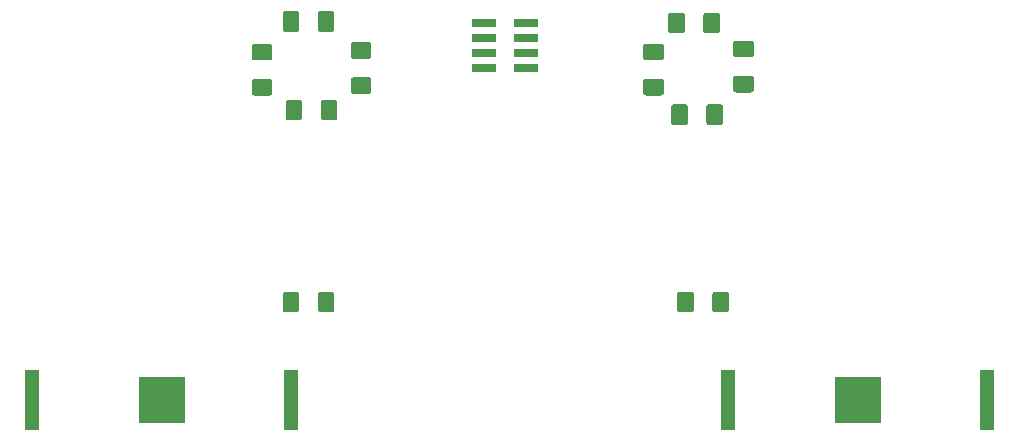
<source format=gbr>
G04 #@! TF.GenerationSoftware,KiCad,Pcbnew,(5.0.0)*
G04 #@! TF.CreationDate,2018-11-20T12:56:54-05:00*
G04 #@! TF.ProjectId,BsidesRock2019,427369646573526F636B323031392E6B,rev?*
G04 #@! TF.SameCoordinates,Original*
G04 #@! TF.FileFunction,Paste,Bot*
G04 #@! TF.FilePolarity,Positive*
%FSLAX46Y46*%
G04 Gerber Fmt 4.6, Leading zero omitted, Abs format (unit mm)*
G04 Created by KiCad (PCBNEW (5.0.0)) date 11/20/18 12:56:54*
%MOMM*%
%LPD*%
G01*
G04 APERTURE LIST*
%ADD10R,3.960000X3.960000*%
%ADD11R,1.270000X5.080000*%
%ADD12C,0.100000*%
%ADD13C,1.425000*%
%ADD14R,2.100000X0.750000*%
G04 APERTURE END LIST*
D10*
G04 #@! TO.C,BT-2032-1*
X175895000Y-87630000D03*
D11*
X186880000Y-87630000D03*
X164910000Y-87630000D03*
G04 #@! TD*
G04 #@! TO.C,BT-2032-2*
X105982000Y-87630000D03*
X127952000Y-87630000D03*
D10*
X116967000Y-87630000D03*
G04 #@! TD*
D12*
G04 #@! TO.C,R56-Ohm10*
G36*
X166892504Y-60212204D02*
X166916773Y-60215804D01*
X166940571Y-60221765D01*
X166963671Y-60230030D01*
X166985849Y-60240520D01*
X167006893Y-60253133D01*
X167026598Y-60267747D01*
X167044777Y-60284223D01*
X167061253Y-60302402D01*
X167075867Y-60322107D01*
X167088480Y-60343151D01*
X167098970Y-60365329D01*
X167107235Y-60388429D01*
X167113196Y-60412227D01*
X167116796Y-60436496D01*
X167118000Y-60461000D01*
X167118000Y-61386000D01*
X167116796Y-61410504D01*
X167113196Y-61434773D01*
X167107235Y-61458571D01*
X167098970Y-61481671D01*
X167088480Y-61503849D01*
X167075867Y-61524893D01*
X167061253Y-61544598D01*
X167044777Y-61562777D01*
X167026598Y-61579253D01*
X167006893Y-61593867D01*
X166985849Y-61606480D01*
X166963671Y-61616970D01*
X166940571Y-61625235D01*
X166916773Y-61631196D01*
X166892504Y-61634796D01*
X166868000Y-61636000D01*
X165618000Y-61636000D01*
X165593496Y-61634796D01*
X165569227Y-61631196D01*
X165545429Y-61625235D01*
X165522329Y-61616970D01*
X165500151Y-61606480D01*
X165479107Y-61593867D01*
X165459402Y-61579253D01*
X165441223Y-61562777D01*
X165424747Y-61544598D01*
X165410133Y-61524893D01*
X165397520Y-61503849D01*
X165387030Y-61481671D01*
X165378765Y-61458571D01*
X165372804Y-61434773D01*
X165369204Y-61410504D01*
X165368000Y-61386000D01*
X165368000Y-60461000D01*
X165369204Y-60436496D01*
X165372804Y-60412227D01*
X165378765Y-60388429D01*
X165387030Y-60365329D01*
X165397520Y-60343151D01*
X165410133Y-60322107D01*
X165424747Y-60302402D01*
X165441223Y-60284223D01*
X165459402Y-60267747D01*
X165479107Y-60253133D01*
X165500151Y-60240520D01*
X165522329Y-60230030D01*
X165545429Y-60221765D01*
X165569227Y-60215804D01*
X165593496Y-60212204D01*
X165618000Y-60211000D01*
X166868000Y-60211000D01*
X166892504Y-60212204D01*
X166892504Y-60212204D01*
G37*
D13*
X166243000Y-60923500D03*
D12*
G36*
X166892504Y-57237204D02*
X166916773Y-57240804D01*
X166940571Y-57246765D01*
X166963671Y-57255030D01*
X166985849Y-57265520D01*
X167006893Y-57278133D01*
X167026598Y-57292747D01*
X167044777Y-57309223D01*
X167061253Y-57327402D01*
X167075867Y-57347107D01*
X167088480Y-57368151D01*
X167098970Y-57390329D01*
X167107235Y-57413429D01*
X167113196Y-57437227D01*
X167116796Y-57461496D01*
X167118000Y-57486000D01*
X167118000Y-58411000D01*
X167116796Y-58435504D01*
X167113196Y-58459773D01*
X167107235Y-58483571D01*
X167098970Y-58506671D01*
X167088480Y-58528849D01*
X167075867Y-58549893D01*
X167061253Y-58569598D01*
X167044777Y-58587777D01*
X167026598Y-58604253D01*
X167006893Y-58618867D01*
X166985849Y-58631480D01*
X166963671Y-58641970D01*
X166940571Y-58650235D01*
X166916773Y-58656196D01*
X166892504Y-58659796D01*
X166868000Y-58661000D01*
X165618000Y-58661000D01*
X165593496Y-58659796D01*
X165569227Y-58656196D01*
X165545429Y-58650235D01*
X165522329Y-58641970D01*
X165500151Y-58631480D01*
X165479107Y-58618867D01*
X165459402Y-58604253D01*
X165441223Y-58587777D01*
X165424747Y-58569598D01*
X165410133Y-58549893D01*
X165397520Y-58528849D01*
X165387030Y-58506671D01*
X165378765Y-58483571D01*
X165372804Y-58459773D01*
X165369204Y-58435504D01*
X165368000Y-58411000D01*
X165368000Y-57486000D01*
X165369204Y-57461496D01*
X165372804Y-57437227D01*
X165378765Y-57413429D01*
X165387030Y-57390329D01*
X165397520Y-57368151D01*
X165410133Y-57347107D01*
X165424747Y-57327402D01*
X165441223Y-57309223D01*
X165459402Y-57292747D01*
X165479107Y-57278133D01*
X165500151Y-57265520D01*
X165522329Y-57255030D01*
X165545429Y-57246765D01*
X165569227Y-57240804D01*
X165593496Y-57237204D01*
X165618000Y-57236000D01*
X166868000Y-57236000D01*
X166892504Y-57237204D01*
X166892504Y-57237204D01*
G37*
D13*
X166243000Y-57948500D03*
G04 #@! TD*
D12*
G04 #@! TO.C,R56-Ohm8*
G36*
X161051504Y-54879204D02*
X161075773Y-54882804D01*
X161099571Y-54888765D01*
X161122671Y-54897030D01*
X161144849Y-54907520D01*
X161165893Y-54920133D01*
X161185598Y-54934747D01*
X161203777Y-54951223D01*
X161220253Y-54969402D01*
X161234867Y-54989107D01*
X161247480Y-55010151D01*
X161257970Y-55032329D01*
X161266235Y-55055429D01*
X161272196Y-55079227D01*
X161275796Y-55103496D01*
X161277000Y-55128000D01*
X161277000Y-56378000D01*
X161275796Y-56402504D01*
X161272196Y-56426773D01*
X161266235Y-56450571D01*
X161257970Y-56473671D01*
X161247480Y-56495849D01*
X161234867Y-56516893D01*
X161220253Y-56536598D01*
X161203777Y-56554777D01*
X161185598Y-56571253D01*
X161165893Y-56585867D01*
X161144849Y-56598480D01*
X161122671Y-56608970D01*
X161099571Y-56617235D01*
X161075773Y-56623196D01*
X161051504Y-56626796D01*
X161027000Y-56628000D01*
X160102000Y-56628000D01*
X160077496Y-56626796D01*
X160053227Y-56623196D01*
X160029429Y-56617235D01*
X160006329Y-56608970D01*
X159984151Y-56598480D01*
X159963107Y-56585867D01*
X159943402Y-56571253D01*
X159925223Y-56554777D01*
X159908747Y-56536598D01*
X159894133Y-56516893D01*
X159881520Y-56495849D01*
X159871030Y-56473671D01*
X159862765Y-56450571D01*
X159856804Y-56426773D01*
X159853204Y-56402504D01*
X159852000Y-56378000D01*
X159852000Y-55128000D01*
X159853204Y-55103496D01*
X159856804Y-55079227D01*
X159862765Y-55055429D01*
X159871030Y-55032329D01*
X159881520Y-55010151D01*
X159894133Y-54989107D01*
X159908747Y-54969402D01*
X159925223Y-54951223D01*
X159943402Y-54934747D01*
X159963107Y-54920133D01*
X159984151Y-54907520D01*
X160006329Y-54897030D01*
X160029429Y-54888765D01*
X160053227Y-54882804D01*
X160077496Y-54879204D01*
X160102000Y-54878000D01*
X161027000Y-54878000D01*
X161051504Y-54879204D01*
X161051504Y-54879204D01*
G37*
D13*
X160564500Y-55753000D03*
D12*
G36*
X164026504Y-54879204D02*
X164050773Y-54882804D01*
X164074571Y-54888765D01*
X164097671Y-54897030D01*
X164119849Y-54907520D01*
X164140893Y-54920133D01*
X164160598Y-54934747D01*
X164178777Y-54951223D01*
X164195253Y-54969402D01*
X164209867Y-54989107D01*
X164222480Y-55010151D01*
X164232970Y-55032329D01*
X164241235Y-55055429D01*
X164247196Y-55079227D01*
X164250796Y-55103496D01*
X164252000Y-55128000D01*
X164252000Y-56378000D01*
X164250796Y-56402504D01*
X164247196Y-56426773D01*
X164241235Y-56450571D01*
X164232970Y-56473671D01*
X164222480Y-56495849D01*
X164209867Y-56516893D01*
X164195253Y-56536598D01*
X164178777Y-56554777D01*
X164160598Y-56571253D01*
X164140893Y-56585867D01*
X164119849Y-56598480D01*
X164097671Y-56608970D01*
X164074571Y-56617235D01*
X164050773Y-56623196D01*
X164026504Y-56626796D01*
X164002000Y-56628000D01*
X163077000Y-56628000D01*
X163052496Y-56626796D01*
X163028227Y-56623196D01*
X163004429Y-56617235D01*
X162981329Y-56608970D01*
X162959151Y-56598480D01*
X162938107Y-56585867D01*
X162918402Y-56571253D01*
X162900223Y-56554777D01*
X162883747Y-56536598D01*
X162869133Y-56516893D01*
X162856520Y-56495849D01*
X162846030Y-56473671D01*
X162837765Y-56450571D01*
X162831804Y-56426773D01*
X162828204Y-56402504D01*
X162827000Y-56378000D01*
X162827000Y-55128000D01*
X162828204Y-55103496D01*
X162831804Y-55079227D01*
X162837765Y-55055429D01*
X162846030Y-55032329D01*
X162856520Y-55010151D01*
X162869133Y-54989107D01*
X162883747Y-54969402D01*
X162900223Y-54951223D01*
X162918402Y-54934747D01*
X162938107Y-54920133D01*
X162959151Y-54907520D01*
X162981329Y-54897030D01*
X163004429Y-54888765D01*
X163028227Y-54882804D01*
X163052496Y-54879204D01*
X163077000Y-54878000D01*
X164002000Y-54878000D01*
X164026504Y-54879204D01*
X164026504Y-54879204D01*
G37*
D13*
X163539500Y-55753000D03*
G04 #@! TD*
D12*
G04 #@! TO.C,R56-Ohm9*
G36*
X164280504Y-62626204D02*
X164304773Y-62629804D01*
X164328571Y-62635765D01*
X164351671Y-62644030D01*
X164373849Y-62654520D01*
X164394893Y-62667133D01*
X164414598Y-62681747D01*
X164432777Y-62698223D01*
X164449253Y-62716402D01*
X164463867Y-62736107D01*
X164476480Y-62757151D01*
X164486970Y-62779329D01*
X164495235Y-62802429D01*
X164501196Y-62826227D01*
X164504796Y-62850496D01*
X164506000Y-62875000D01*
X164506000Y-64125000D01*
X164504796Y-64149504D01*
X164501196Y-64173773D01*
X164495235Y-64197571D01*
X164486970Y-64220671D01*
X164476480Y-64242849D01*
X164463867Y-64263893D01*
X164449253Y-64283598D01*
X164432777Y-64301777D01*
X164414598Y-64318253D01*
X164394893Y-64332867D01*
X164373849Y-64345480D01*
X164351671Y-64355970D01*
X164328571Y-64364235D01*
X164304773Y-64370196D01*
X164280504Y-64373796D01*
X164256000Y-64375000D01*
X163331000Y-64375000D01*
X163306496Y-64373796D01*
X163282227Y-64370196D01*
X163258429Y-64364235D01*
X163235329Y-64355970D01*
X163213151Y-64345480D01*
X163192107Y-64332867D01*
X163172402Y-64318253D01*
X163154223Y-64301777D01*
X163137747Y-64283598D01*
X163123133Y-64263893D01*
X163110520Y-64242849D01*
X163100030Y-64220671D01*
X163091765Y-64197571D01*
X163085804Y-64173773D01*
X163082204Y-64149504D01*
X163081000Y-64125000D01*
X163081000Y-62875000D01*
X163082204Y-62850496D01*
X163085804Y-62826227D01*
X163091765Y-62802429D01*
X163100030Y-62779329D01*
X163110520Y-62757151D01*
X163123133Y-62736107D01*
X163137747Y-62716402D01*
X163154223Y-62698223D01*
X163172402Y-62681747D01*
X163192107Y-62667133D01*
X163213151Y-62654520D01*
X163235329Y-62644030D01*
X163258429Y-62635765D01*
X163282227Y-62629804D01*
X163306496Y-62626204D01*
X163331000Y-62625000D01*
X164256000Y-62625000D01*
X164280504Y-62626204D01*
X164280504Y-62626204D01*
G37*
D13*
X163793500Y-63500000D03*
D12*
G36*
X161305504Y-62626204D02*
X161329773Y-62629804D01*
X161353571Y-62635765D01*
X161376671Y-62644030D01*
X161398849Y-62654520D01*
X161419893Y-62667133D01*
X161439598Y-62681747D01*
X161457777Y-62698223D01*
X161474253Y-62716402D01*
X161488867Y-62736107D01*
X161501480Y-62757151D01*
X161511970Y-62779329D01*
X161520235Y-62802429D01*
X161526196Y-62826227D01*
X161529796Y-62850496D01*
X161531000Y-62875000D01*
X161531000Y-64125000D01*
X161529796Y-64149504D01*
X161526196Y-64173773D01*
X161520235Y-64197571D01*
X161511970Y-64220671D01*
X161501480Y-64242849D01*
X161488867Y-64263893D01*
X161474253Y-64283598D01*
X161457777Y-64301777D01*
X161439598Y-64318253D01*
X161419893Y-64332867D01*
X161398849Y-64345480D01*
X161376671Y-64355970D01*
X161353571Y-64364235D01*
X161329773Y-64370196D01*
X161305504Y-64373796D01*
X161281000Y-64375000D01*
X160356000Y-64375000D01*
X160331496Y-64373796D01*
X160307227Y-64370196D01*
X160283429Y-64364235D01*
X160260329Y-64355970D01*
X160238151Y-64345480D01*
X160217107Y-64332867D01*
X160197402Y-64318253D01*
X160179223Y-64301777D01*
X160162747Y-64283598D01*
X160148133Y-64263893D01*
X160135520Y-64242849D01*
X160125030Y-64220671D01*
X160116765Y-64197571D01*
X160110804Y-64173773D01*
X160107204Y-64149504D01*
X160106000Y-64125000D01*
X160106000Y-62875000D01*
X160107204Y-62850496D01*
X160110804Y-62826227D01*
X160116765Y-62802429D01*
X160125030Y-62779329D01*
X160135520Y-62757151D01*
X160148133Y-62736107D01*
X160162747Y-62716402D01*
X160179223Y-62698223D01*
X160197402Y-62681747D01*
X160217107Y-62667133D01*
X160238151Y-62654520D01*
X160260329Y-62644030D01*
X160283429Y-62635765D01*
X160307227Y-62629804D01*
X160331496Y-62626204D01*
X160356000Y-62625000D01*
X161281000Y-62625000D01*
X161305504Y-62626204D01*
X161305504Y-62626204D01*
G37*
D13*
X160818500Y-63500000D03*
G04 #@! TD*
D12*
G04 #@! TO.C,R56-Ohm1*
G36*
X126125504Y-60466204D02*
X126149773Y-60469804D01*
X126173571Y-60475765D01*
X126196671Y-60484030D01*
X126218849Y-60494520D01*
X126239893Y-60507133D01*
X126259598Y-60521747D01*
X126277777Y-60538223D01*
X126294253Y-60556402D01*
X126308867Y-60576107D01*
X126321480Y-60597151D01*
X126331970Y-60619329D01*
X126340235Y-60642429D01*
X126346196Y-60666227D01*
X126349796Y-60690496D01*
X126351000Y-60715000D01*
X126351000Y-61640000D01*
X126349796Y-61664504D01*
X126346196Y-61688773D01*
X126340235Y-61712571D01*
X126331970Y-61735671D01*
X126321480Y-61757849D01*
X126308867Y-61778893D01*
X126294253Y-61798598D01*
X126277777Y-61816777D01*
X126259598Y-61833253D01*
X126239893Y-61847867D01*
X126218849Y-61860480D01*
X126196671Y-61870970D01*
X126173571Y-61879235D01*
X126149773Y-61885196D01*
X126125504Y-61888796D01*
X126101000Y-61890000D01*
X124851000Y-61890000D01*
X124826496Y-61888796D01*
X124802227Y-61885196D01*
X124778429Y-61879235D01*
X124755329Y-61870970D01*
X124733151Y-61860480D01*
X124712107Y-61847867D01*
X124692402Y-61833253D01*
X124674223Y-61816777D01*
X124657747Y-61798598D01*
X124643133Y-61778893D01*
X124630520Y-61757849D01*
X124620030Y-61735671D01*
X124611765Y-61712571D01*
X124605804Y-61688773D01*
X124602204Y-61664504D01*
X124601000Y-61640000D01*
X124601000Y-60715000D01*
X124602204Y-60690496D01*
X124605804Y-60666227D01*
X124611765Y-60642429D01*
X124620030Y-60619329D01*
X124630520Y-60597151D01*
X124643133Y-60576107D01*
X124657747Y-60556402D01*
X124674223Y-60538223D01*
X124692402Y-60521747D01*
X124712107Y-60507133D01*
X124733151Y-60494520D01*
X124755329Y-60484030D01*
X124778429Y-60475765D01*
X124802227Y-60469804D01*
X124826496Y-60466204D01*
X124851000Y-60465000D01*
X126101000Y-60465000D01*
X126125504Y-60466204D01*
X126125504Y-60466204D01*
G37*
D13*
X125476000Y-61177500D03*
D12*
G36*
X126125504Y-57491204D02*
X126149773Y-57494804D01*
X126173571Y-57500765D01*
X126196671Y-57509030D01*
X126218849Y-57519520D01*
X126239893Y-57532133D01*
X126259598Y-57546747D01*
X126277777Y-57563223D01*
X126294253Y-57581402D01*
X126308867Y-57601107D01*
X126321480Y-57622151D01*
X126331970Y-57644329D01*
X126340235Y-57667429D01*
X126346196Y-57691227D01*
X126349796Y-57715496D01*
X126351000Y-57740000D01*
X126351000Y-58665000D01*
X126349796Y-58689504D01*
X126346196Y-58713773D01*
X126340235Y-58737571D01*
X126331970Y-58760671D01*
X126321480Y-58782849D01*
X126308867Y-58803893D01*
X126294253Y-58823598D01*
X126277777Y-58841777D01*
X126259598Y-58858253D01*
X126239893Y-58872867D01*
X126218849Y-58885480D01*
X126196671Y-58895970D01*
X126173571Y-58904235D01*
X126149773Y-58910196D01*
X126125504Y-58913796D01*
X126101000Y-58915000D01*
X124851000Y-58915000D01*
X124826496Y-58913796D01*
X124802227Y-58910196D01*
X124778429Y-58904235D01*
X124755329Y-58895970D01*
X124733151Y-58885480D01*
X124712107Y-58872867D01*
X124692402Y-58858253D01*
X124674223Y-58841777D01*
X124657747Y-58823598D01*
X124643133Y-58803893D01*
X124630520Y-58782849D01*
X124620030Y-58760671D01*
X124611765Y-58737571D01*
X124605804Y-58713773D01*
X124602204Y-58689504D01*
X124601000Y-58665000D01*
X124601000Y-57740000D01*
X124602204Y-57715496D01*
X124605804Y-57691227D01*
X124611765Y-57667429D01*
X124620030Y-57644329D01*
X124630520Y-57622151D01*
X124643133Y-57601107D01*
X124657747Y-57581402D01*
X124674223Y-57563223D01*
X124692402Y-57546747D01*
X124712107Y-57532133D01*
X124733151Y-57519520D01*
X124755329Y-57509030D01*
X124778429Y-57500765D01*
X124802227Y-57494804D01*
X124826496Y-57491204D01*
X124851000Y-57490000D01*
X126101000Y-57490000D01*
X126125504Y-57491204D01*
X126125504Y-57491204D01*
G37*
D13*
X125476000Y-58202500D03*
G04 #@! TD*
D12*
G04 #@! TO.C,R56-Ohm2*
G36*
X134507504Y-57364204D02*
X134531773Y-57367804D01*
X134555571Y-57373765D01*
X134578671Y-57382030D01*
X134600849Y-57392520D01*
X134621893Y-57405133D01*
X134641598Y-57419747D01*
X134659777Y-57436223D01*
X134676253Y-57454402D01*
X134690867Y-57474107D01*
X134703480Y-57495151D01*
X134713970Y-57517329D01*
X134722235Y-57540429D01*
X134728196Y-57564227D01*
X134731796Y-57588496D01*
X134733000Y-57613000D01*
X134733000Y-58538000D01*
X134731796Y-58562504D01*
X134728196Y-58586773D01*
X134722235Y-58610571D01*
X134713970Y-58633671D01*
X134703480Y-58655849D01*
X134690867Y-58676893D01*
X134676253Y-58696598D01*
X134659777Y-58714777D01*
X134641598Y-58731253D01*
X134621893Y-58745867D01*
X134600849Y-58758480D01*
X134578671Y-58768970D01*
X134555571Y-58777235D01*
X134531773Y-58783196D01*
X134507504Y-58786796D01*
X134483000Y-58788000D01*
X133233000Y-58788000D01*
X133208496Y-58786796D01*
X133184227Y-58783196D01*
X133160429Y-58777235D01*
X133137329Y-58768970D01*
X133115151Y-58758480D01*
X133094107Y-58745867D01*
X133074402Y-58731253D01*
X133056223Y-58714777D01*
X133039747Y-58696598D01*
X133025133Y-58676893D01*
X133012520Y-58655849D01*
X133002030Y-58633671D01*
X132993765Y-58610571D01*
X132987804Y-58586773D01*
X132984204Y-58562504D01*
X132983000Y-58538000D01*
X132983000Y-57613000D01*
X132984204Y-57588496D01*
X132987804Y-57564227D01*
X132993765Y-57540429D01*
X133002030Y-57517329D01*
X133012520Y-57495151D01*
X133025133Y-57474107D01*
X133039747Y-57454402D01*
X133056223Y-57436223D01*
X133074402Y-57419747D01*
X133094107Y-57405133D01*
X133115151Y-57392520D01*
X133137329Y-57382030D01*
X133160429Y-57373765D01*
X133184227Y-57367804D01*
X133208496Y-57364204D01*
X133233000Y-57363000D01*
X134483000Y-57363000D01*
X134507504Y-57364204D01*
X134507504Y-57364204D01*
G37*
D13*
X133858000Y-58075500D03*
D12*
G36*
X134507504Y-60339204D02*
X134531773Y-60342804D01*
X134555571Y-60348765D01*
X134578671Y-60357030D01*
X134600849Y-60367520D01*
X134621893Y-60380133D01*
X134641598Y-60394747D01*
X134659777Y-60411223D01*
X134676253Y-60429402D01*
X134690867Y-60449107D01*
X134703480Y-60470151D01*
X134713970Y-60492329D01*
X134722235Y-60515429D01*
X134728196Y-60539227D01*
X134731796Y-60563496D01*
X134733000Y-60588000D01*
X134733000Y-61513000D01*
X134731796Y-61537504D01*
X134728196Y-61561773D01*
X134722235Y-61585571D01*
X134713970Y-61608671D01*
X134703480Y-61630849D01*
X134690867Y-61651893D01*
X134676253Y-61671598D01*
X134659777Y-61689777D01*
X134641598Y-61706253D01*
X134621893Y-61720867D01*
X134600849Y-61733480D01*
X134578671Y-61743970D01*
X134555571Y-61752235D01*
X134531773Y-61758196D01*
X134507504Y-61761796D01*
X134483000Y-61763000D01*
X133233000Y-61763000D01*
X133208496Y-61761796D01*
X133184227Y-61758196D01*
X133160429Y-61752235D01*
X133137329Y-61743970D01*
X133115151Y-61733480D01*
X133094107Y-61720867D01*
X133074402Y-61706253D01*
X133056223Y-61689777D01*
X133039747Y-61671598D01*
X133025133Y-61651893D01*
X133012520Y-61630849D01*
X133002030Y-61608671D01*
X132993765Y-61585571D01*
X132987804Y-61561773D01*
X132984204Y-61537504D01*
X132983000Y-61513000D01*
X132983000Y-60588000D01*
X132984204Y-60563496D01*
X132987804Y-60539227D01*
X132993765Y-60515429D01*
X133002030Y-60492329D01*
X133012520Y-60470151D01*
X133025133Y-60449107D01*
X133039747Y-60429402D01*
X133056223Y-60411223D01*
X133074402Y-60394747D01*
X133094107Y-60380133D01*
X133115151Y-60367520D01*
X133137329Y-60357030D01*
X133160429Y-60348765D01*
X133184227Y-60342804D01*
X133208496Y-60339204D01*
X133233000Y-60338000D01*
X134483000Y-60338000D01*
X134507504Y-60339204D01*
X134507504Y-60339204D01*
G37*
D13*
X133858000Y-61050500D03*
G04 #@! TD*
D12*
G04 #@! TO.C,R56-Ohm3*
G36*
X128412504Y-54752204D02*
X128436773Y-54755804D01*
X128460571Y-54761765D01*
X128483671Y-54770030D01*
X128505849Y-54780520D01*
X128526893Y-54793133D01*
X128546598Y-54807747D01*
X128564777Y-54824223D01*
X128581253Y-54842402D01*
X128595867Y-54862107D01*
X128608480Y-54883151D01*
X128618970Y-54905329D01*
X128627235Y-54928429D01*
X128633196Y-54952227D01*
X128636796Y-54976496D01*
X128638000Y-55001000D01*
X128638000Y-56251000D01*
X128636796Y-56275504D01*
X128633196Y-56299773D01*
X128627235Y-56323571D01*
X128618970Y-56346671D01*
X128608480Y-56368849D01*
X128595867Y-56389893D01*
X128581253Y-56409598D01*
X128564777Y-56427777D01*
X128546598Y-56444253D01*
X128526893Y-56458867D01*
X128505849Y-56471480D01*
X128483671Y-56481970D01*
X128460571Y-56490235D01*
X128436773Y-56496196D01*
X128412504Y-56499796D01*
X128388000Y-56501000D01*
X127463000Y-56501000D01*
X127438496Y-56499796D01*
X127414227Y-56496196D01*
X127390429Y-56490235D01*
X127367329Y-56481970D01*
X127345151Y-56471480D01*
X127324107Y-56458867D01*
X127304402Y-56444253D01*
X127286223Y-56427777D01*
X127269747Y-56409598D01*
X127255133Y-56389893D01*
X127242520Y-56368849D01*
X127232030Y-56346671D01*
X127223765Y-56323571D01*
X127217804Y-56299773D01*
X127214204Y-56275504D01*
X127213000Y-56251000D01*
X127213000Y-55001000D01*
X127214204Y-54976496D01*
X127217804Y-54952227D01*
X127223765Y-54928429D01*
X127232030Y-54905329D01*
X127242520Y-54883151D01*
X127255133Y-54862107D01*
X127269747Y-54842402D01*
X127286223Y-54824223D01*
X127304402Y-54807747D01*
X127324107Y-54793133D01*
X127345151Y-54780520D01*
X127367329Y-54770030D01*
X127390429Y-54761765D01*
X127414227Y-54755804D01*
X127438496Y-54752204D01*
X127463000Y-54751000D01*
X128388000Y-54751000D01*
X128412504Y-54752204D01*
X128412504Y-54752204D01*
G37*
D13*
X127925500Y-55626000D03*
D12*
G36*
X131387504Y-54752204D02*
X131411773Y-54755804D01*
X131435571Y-54761765D01*
X131458671Y-54770030D01*
X131480849Y-54780520D01*
X131501893Y-54793133D01*
X131521598Y-54807747D01*
X131539777Y-54824223D01*
X131556253Y-54842402D01*
X131570867Y-54862107D01*
X131583480Y-54883151D01*
X131593970Y-54905329D01*
X131602235Y-54928429D01*
X131608196Y-54952227D01*
X131611796Y-54976496D01*
X131613000Y-55001000D01*
X131613000Y-56251000D01*
X131611796Y-56275504D01*
X131608196Y-56299773D01*
X131602235Y-56323571D01*
X131593970Y-56346671D01*
X131583480Y-56368849D01*
X131570867Y-56389893D01*
X131556253Y-56409598D01*
X131539777Y-56427777D01*
X131521598Y-56444253D01*
X131501893Y-56458867D01*
X131480849Y-56471480D01*
X131458671Y-56481970D01*
X131435571Y-56490235D01*
X131411773Y-56496196D01*
X131387504Y-56499796D01*
X131363000Y-56501000D01*
X130438000Y-56501000D01*
X130413496Y-56499796D01*
X130389227Y-56496196D01*
X130365429Y-56490235D01*
X130342329Y-56481970D01*
X130320151Y-56471480D01*
X130299107Y-56458867D01*
X130279402Y-56444253D01*
X130261223Y-56427777D01*
X130244747Y-56409598D01*
X130230133Y-56389893D01*
X130217520Y-56368849D01*
X130207030Y-56346671D01*
X130198765Y-56323571D01*
X130192804Y-56299773D01*
X130189204Y-56275504D01*
X130188000Y-56251000D01*
X130188000Y-55001000D01*
X130189204Y-54976496D01*
X130192804Y-54952227D01*
X130198765Y-54928429D01*
X130207030Y-54905329D01*
X130217520Y-54883151D01*
X130230133Y-54862107D01*
X130244747Y-54842402D01*
X130261223Y-54824223D01*
X130279402Y-54807747D01*
X130299107Y-54793133D01*
X130320151Y-54780520D01*
X130342329Y-54770030D01*
X130365429Y-54761765D01*
X130389227Y-54755804D01*
X130413496Y-54752204D01*
X130438000Y-54751000D01*
X131363000Y-54751000D01*
X131387504Y-54752204D01*
X131387504Y-54752204D01*
G37*
D13*
X130900500Y-55626000D03*
G04 #@! TD*
D12*
G04 #@! TO.C,R56-Ohm4*
G36*
X131387504Y-78501204D02*
X131411773Y-78504804D01*
X131435571Y-78510765D01*
X131458671Y-78519030D01*
X131480849Y-78529520D01*
X131501893Y-78542133D01*
X131521598Y-78556747D01*
X131539777Y-78573223D01*
X131556253Y-78591402D01*
X131570867Y-78611107D01*
X131583480Y-78632151D01*
X131593970Y-78654329D01*
X131602235Y-78677429D01*
X131608196Y-78701227D01*
X131611796Y-78725496D01*
X131613000Y-78750000D01*
X131613000Y-80000000D01*
X131611796Y-80024504D01*
X131608196Y-80048773D01*
X131602235Y-80072571D01*
X131593970Y-80095671D01*
X131583480Y-80117849D01*
X131570867Y-80138893D01*
X131556253Y-80158598D01*
X131539777Y-80176777D01*
X131521598Y-80193253D01*
X131501893Y-80207867D01*
X131480849Y-80220480D01*
X131458671Y-80230970D01*
X131435571Y-80239235D01*
X131411773Y-80245196D01*
X131387504Y-80248796D01*
X131363000Y-80250000D01*
X130438000Y-80250000D01*
X130413496Y-80248796D01*
X130389227Y-80245196D01*
X130365429Y-80239235D01*
X130342329Y-80230970D01*
X130320151Y-80220480D01*
X130299107Y-80207867D01*
X130279402Y-80193253D01*
X130261223Y-80176777D01*
X130244747Y-80158598D01*
X130230133Y-80138893D01*
X130217520Y-80117849D01*
X130207030Y-80095671D01*
X130198765Y-80072571D01*
X130192804Y-80048773D01*
X130189204Y-80024504D01*
X130188000Y-80000000D01*
X130188000Y-78750000D01*
X130189204Y-78725496D01*
X130192804Y-78701227D01*
X130198765Y-78677429D01*
X130207030Y-78654329D01*
X130217520Y-78632151D01*
X130230133Y-78611107D01*
X130244747Y-78591402D01*
X130261223Y-78573223D01*
X130279402Y-78556747D01*
X130299107Y-78542133D01*
X130320151Y-78529520D01*
X130342329Y-78519030D01*
X130365429Y-78510765D01*
X130389227Y-78504804D01*
X130413496Y-78501204D01*
X130438000Y-78500000D01*
X131363000Y-78500000D01*
X131387504Y-78501204D01*
X131387504Y-78501204D01*
G37*
D13*
X130900500Y-79375000D03*
D12*
G36*
X128412504Y-78501204D02*
X128436773Y-78504804D01*
X128460571Y-78510765D01*
X128483671Y-78519030D01*
X128505849Y-78529520D01*
X128526893Y-78542133D01*
X128546598Y-78556747D01*
X128564777Y-78573223D01*
X128581253Y-78591402D01*
X128595867Y-78611107D01*
X128608480Y-78632151D01*
X128618970Y-78654329D01*
X128627235Y-78677429D01*
X128633196Y-78701227D01*
X128636796Y-78725496D01*
X128638000Y-78750000D01*
X128638000Y-80000000D01*
X128636796Y-80024504D01*
X128633196Y-80048773D01*
X128627235Y-80072571D01*
X128618970Y-80095671D01*
X128608480Y-80117849D01*
X128595867Y-80138893D01*
X128581253Y-80158598D01*
X128564777Y-80176777D01*
X128546598Y-80193253D01*
X128526893Y-80207867D01*
X128505849Y-80220480D01*
X128483671Y-80230970D01*
X128460571Y-80239235D01*
X128436773Y-80245196D01*
X128412504Y-80248796D01*
X128388000Y-80250000D01*
X127463000Y-80250000D01*
X127438496Y-80248796D01*
X127414227Y-80245196D01*
X127390429Y-80239235D01*
X127367329Y-80230970D01*
X127345151Y-80220480D01*
X127324107Y-80207867D01*
X127304402Y-80193253D01*
X127286223Y-80176777D01*
X127269747Y-80158598D01*
X127255133Y-80138893D01*
X127242520Y-80117849D01*
X127232030Y-80095671D01*
X127223765Y-80072571D01*
X127217804Y-80048773D01*
X127214204Y-80024504D01*
X127213000Y-80000000D01*
X127213000Y-78750000D01*
X127214204Y-78725496D01*
X127217804Y-78701227D01*
X127223765Y-78677429D01*
X127232030Y-78654329D01*
X127242520Y-78632151D01*
X127255133Y-78611107D01*
X127269747Y-78591402D01*
X127286223Y-78573223D01*
X127304402Y-78556747D01*
X127324107Y-78542133D01*
X127345151Y-78529520D01*
X127367329Y-78519030D01*
X127390429Y-78510765D01*
X127414227Y-78504804D01*
X127438496Y-78501204D01*
X127463000Y-78500000D01*
X128388000Y-78500000D01*
X128412504Y-78501204D01*
X128412504Y-78501204D01*
G37*
D13*
X127925500Y-79375000D03*
G04 #@! TD*
D12*
G04 #@! TO.C,R56-Ohm5*
G36*
X128666504Y-62245204D02*
X128690773Y-62248804D01*
X128714571Y-62254765D01*
X128737671Y-62263030D01*
X128759849Y-62273520D01*
X128780893Y-62286133D01*
X128800598Y-62300747D01*
X128818777Y-62317223D01*
X128835253Y-62335402D01*
X128849867Y-62355107D01*
X128862480Y-62376151D01*
X128872970Y-62398329D01*
X128881235Y-62421429D01*
X128887196Y-62445227D01*
X128890796Y-62469496D01*
X128892000Y-62494000D01*
X128892000Y-63744000D01*
X128890796Y-63768504D01*
X128887196Y-63792773D01*
X128881235Y-63816571D01*
X128872970Y-63839671D01*
X128862480Y-63861849D01*
X128849867Y-63882893D01*
X128835253Y-63902598D01*
X128818777Y-63920777D01*
X128800598Y-63937253D01*
X128780893Y-63951867D01*
X128759849Y-63964480D01*
X128737671Y-63974970D01*
X128714571Y-63983235D01*
X128690773Y-63989196D01*
X128666504Y-63992796D01*
X128642000Y-63994000D01*
X127717000Y-63994000D01*
X127692496Y-63992796D01*
X127668227Y-63989196D01*
X127644429Y-63983235D01*
X127621329Y-63974970D01*
X127599151Y-63964480D01*
X127578107Y-63951867D01*
X127558402Y-63937253D01*
X127540223Y-63920777D01*
X127523747Y-63902598D01*
X127509133Y-63882893D01*
X127496520Y-63861849D01*
X127486030Y-63839671D01*
X127477765Y-63816571D01*
X127471804Y-63792773D01*
X127468204Y-63768504D01*
X127467000Y-63744000D01*
X127467000Y-62494000D01*
X127468204Y-62469496D01*
X127471804Y-62445227D01*
X127477765Y-62421429D01*
X127486030Y-62398329D01*
X127496520Y-62376151D01*
X127509133Y-62355107D01*
X127523747Y-62335402D01*
X127540223Y-62317223D01*
X127558402Y-62300747D01*
X127578107Y-62286133D01*
X127599151Y-62273520D01*
X127621329Y-62263030D01*
X127644429Y-62254765D01*
X127668227Y-62248804D01*
X127692496Y-62245204D01*
X127717000Y-62244000D01*
X128642000Y-62244000D01*
X128666504Y-62245204D01*
X128666504Y-62245204D01*
G37*
D13*
X128179500Y-63119000D03*
D12*
G36*
X131641504Y-62245204D02*
X131665773Y-62248804D01*
X131689571Y-62254765D01*
X131712671Y-62263030D01*
X131734849Y-62273520D01*
X131755893Y-62286133D01*
X131775598Y-62300747D01*
X131793777Y-62317223D01*
X131810253Y-62335402D01*
X131824867Y-62355107D01*
X131837480Y-62376151D01*
X131847970Y-62398329D01*
X131856235Y-62421429D01*
X131862196Y-62445227D01*
X131865796Y-62469496D01*
X131867000Y-62494000D01*
X131867000Y-63744000D01*
X131865796Y-63768504D01*
X131862196Y-63792773D01*
X131856235Y-63816571D01*
X131847970Y-63839671D01*
X131837480Y-63861849D01*
X131824867Y-63882893D01*
X131810253Y-63902598D01*
X131793777Y-63920777D01*
X131775598Y-63937253D01*
X131755893Y-63951867D01*
X131734849Y-63964480D01*
X131712671Y-63974970D01*
X131689571Y-63983235D01*
X131665773Y-63989196D01*
X131641504Y-63992796D01*
X131617000Y-63994000D01*
X130692000Y-63994000D01*
X130667496Y-63992796D01*
X130643227Y-63989196D01*
X130619429Y-63983235D01*
X130596329Y-63974970D01*
X130574151Y-63964480D01*
X130553107Y-63951867D01*
X130533402Y-63937253D01*
X130515223Y-63920777D01*
X130498747Y-63902598D01*
X130484133Y-63882893D01*
X130471520Y-63861849D01*
X130461030Y-63839671D01*
X130452765Y-63816571D01*
X130446804Y-63792773D01*
X130443204Y-63768504D01*
X130442000Y-63744000D01*
X130442000Y-62494000D01*
X130443204Y-62469496D01*
X130446804Y-62445227D01*
X130452765Y-62421429D01*
X130461030Y-62398329D01*
X130471520Y-62376151D01*
X130484133Y-62355107D01*
X130498747Y-62335402D01*
X130515223Y-62317223D01*
X130533402Y-62300747D01*
X130553107Y-62286133D01*
X130574151Y-62273520D01*
X130596329Y-62263030D01*
X130619429Y-62254765D01*
X130643227Y-62248804D01*
X130667496Y-62245204D01*
X130692000Y-62244000D01*
X131617000Y-62244000D01*
X131641504Y-62245204D01*
X131641504Y-62245204D01*
G37*
D13*
X131154500Y-63119000D03*
G04 #@! TD*
D12*
G04 #@! TO.C,R56-Ohm6*
G36*
X164788504Y-78501204D02*
X164812773Y-78504804D01*
X164836571Y-78510765D01*
X164859671Y-78519030D01*
X164881849Y-78529520D01*
X164902893Y-78542133D01*
X164922598Y-78556747D01*
X164940777Y-78573223D01*
X164957253Y-78591402D01*
X164971867Y-78611107D01*
X164984480Y-78632151D01*
X164994970Y-78654329D01*
X165003235Y-78677429D01*
X165009196Y-78701227D01*
X165012796Y-78725496D01*
X165014000Y-78750000D01*
X165014000Y-80000000D01*
X165012796Y-80024504D01*
X165009196Y-80048773D01*
X165003235Y-80072571D01*
X164994970Y-80095671D01*
X164984480Y-80117849D01*
X164971867Y-80138893D01*
X164957253Y-80158598D01*
X164940777Y-80176777D01*
X164922598Y-80193253D01*
X164902893Y-80207867D01*
X164881849Y-80220480D01*
X164859671Y-80230970D01*
X164836571Y-80239235D01*
X164812773Y-80245196D01*
X164788504Y-80248796D01*
X164764000Y-80250000D01*
X163839000Y-80250000D01*
X163814496Y-80248796D01*
X163790227Y-80245196D01*
X163766429Y-80239235D01*
X163743329Y-80230970D01*
X163721151Y-80220480D01*
X163700107Y-80207867D01*
X163680402Y-80193253D01*
X163662223Y-80176777D01*
X163645747Y-80158598D01*
X163631133Y-80138893D01*
X163618520Y-80117849D01*
X163608030Y-80095671D01*
X163599765Y-80072571D01*
X163593804Y-80048773D01*
X163590204Y-80024504D01*
X163589000Y-80000000D01*
X163589000Y-78750000D01*
X163590204Y-78725496D01*
X163593804Y-78701227D01*
X163599765Y-78677429D01*
X163608030Y-78654329D01*
X163618520Y-78632151D01*
X163631133Y-78611107D01*
X163645747Y-78591402D01*
X163662223Y-78573223D01*
X163680402Y-78556747D01*
X163700107Y-78542133D01*
X163721151Y-78529520D01*
X163743329Y-78519030D01*
X163766429Y-78510765D01*
X163790227Y-78504804D01*
X163814496Y-78501204D01*
X163839000Y-78500000D01*
X164764000Y-78500000D01*
X164788504Y-78501204D01*
X164788504Y-78501204D01*
G37*
D13*
X164301500Y-79375000D03*
D12*
G36*
X161813504Y-78501204D02*
X161837773Y-78504804D01*
X161861571Y-78510765D01*
X161884671Y-78519030D01*
X161906849Y-78529520D01*
X161927893Y-78542133D01*
X161947598Y-78556747D01*
X161965777Y-78573223D01*
X161982253Y-78591402D01*
X161996867Y-78611107D01*
X162009480Y-78632151D01*
X162019970Y-78654329D01*
X162028235Y-78677429D01*
X162034196Y-78701227D01*
X162037796Y-78725496D01*
X162039000Y-78750000D01*
X162039000Y-80000000D01*
X162037796Y-80024504D01*
X162034196Y-80048773D01*
X162028235Y-80072571D01*
X162019970Y-80095671D01*
X162009480Y-80117849D01*
X161996867Y-80138893D01*
X161982253Y-80158598D01*
X161965777Y-80176777D01*
X161947598Y-80193253D01*
X161927893Y-80207867D01*
X161906849Y-80220480D01*
X161884671Y-80230970D01*
X161861571Y-80239235D01*
X161837773Y-80245196D01*
X161813504Y-80248796D01*
X161789000Y-80250000D01*
X160864000Y-80250000D01*
X160839496Y-80248796D01*
X160815227Y-80245196D01*
X160791429Y-80239235D01*
X160768329Y-80230970D01*
X160746151Y-80220480D01*
X160725107Y-80207867D01*
X160705402Y-80193253D01*
X160687223Y-80176777D01*
X160670747Y-80158598D01*
X160656133Y-80138893D01*
X160643520Y-80117849D01*
X160633030Y-80095671D01*
X160624765Y-80072571D01*
X160618804Y-80048773D01*
X160615204Y-80024504D01*
X160614000Y-80000000D01*
X160614000Y-78750000D01*
X160615204Y-78725496D01*
X160618804Y-78701227D01*
X160624765Y-78677429D01*
X160633030Y-78654329D01*
X160643520Y-78632151D01*
X160656133Y-78611107D01*
X160670747Y-78591402D01*
X160687223Y-78573223D01*
X160705402Y-78556747D01*
X160725107Y-78542133D01*
X160746151Y-78529520D01*
X160768329Y-78519030D01*
X160791429Y-78510765D01*
X160815227Y-78504804D01*
X160839496Y-78501204D01*
X160864000Y-78500000D01*
X161789000Y-78500000D01*
X161813504Y-78501204D01*
X161813504Y-78501204D01*
G37*
D13*
X161326500Y-79375000D03*
G04 #@! TD*
D12*
G04 #@! TO.C,R56-Ohm7*
G36*
X159272504Y-60466204D02*
X159296773Y-60469804D01*
X159320571Y-60475765D01*
X159343671Y-60484030D01*
X159365849Y-60494520D01*
X159386893Y-60507133D01*
X159406598Y-60521747D01*
X159424777Y-60538223D01*
X159441253Y-60556402D01*
X159455867Y-60576107D01*
X159468480Y-60597151D01*
X159478970Y-60619329D01*
X159487235Y-60642429D01*
X159493196Y-60666227D01*
X159496796Y-60690496D01*
X159498000Y-60715000D01*
X159498000Y-61640000D01*
X159496796Y-61664504D01*
X159493196Y-61688773D01*
X159487235Y-61712571D01*
X159478970Y-61735671D01*
X159468480Y-61757849D01*
X159455867Y-61778893D01*
X159441253Y-61798598D01*
X159424777Y-61816777D01*
X159406598Y-61833253D01*
X159386893Y-61847867D01*
X159365849Y-61860480D01*
X159343671Y-61870970D01*
X159320571Y-61879235D01*
X159296773Y-61885196D01*
X159272504Y-61888796D01*
X159248000Y-61890000D01*
X157998000Y-61890000D01*
X157973496Y-61888796D01*
X157949227Y-61885196D01*
X157925429Y-61879235D01*
X157902329Y-61870970D01*
X157880151Y-61860480D01*
X157859107Y-61847867D01*
X157839402Y-61833253D01*
X157821223Y-61816777D01*
X157804747Y-61798598D01*
X157790133Y-61778893D01*
X157777520Y-61757849D01*
X157767030Y-61735671D01*
X157758765Y-61712571D01*
X157752804Y-61688773D01*
X157749204Y-61664504D01*
X157748000Y-61640000D01*
X157748000Y-60715000D01*
X157749204Y-60690496D01*
X157752804Y-60666227D01*
X157758765Y-60642429D01*
X157767030Y-60619329D01*
X157777520Y-60597151D01*
X157790133Y-60576107D01*
X157804747Y-60556402D01*
X157821223Y-60538223D01*
X157839402Y-60521747D01*
X157859107Y-60507133D01*
X157880151Y-60494520D01*
X157902329Y-60484030D01*
X157925429Y-60475765D01*
X157949227Y-60469804D01*
X157973496Y-60466204D01*
X157998000Y-60465000D01*
X159248000Y-60465000D01*
X159272504Y-60466204D01*
X159272504Y-60466204D01*
G37*
D13*
X158623000Y-61177500D03*
D12*
G36*
X159272504Y-57491204D02*
X159296773Y-57494804D01*
X159320571Y-57500765D01*
X159343671Y-57509030D01*
X159365849Y-57519520D01*
X159386893Y-57532133D01*
X159406598Y-57546747D01*
X159424777Y-57563223D01*
X159441253Y-57581402D01*
X159455867Y-57601107D01*
X159468480Y-57622151D01*
X159478970Y-57644329D01*
X159487235Y-57667429D01*
X159493196Y-57691227D01*
X159496796Y-57715496D01*
X159498000Y-57740000D01*
X159498000Y-58665000D01*
X159496796Y-58689504D01*
X159493196Y-58713773D01*
X159487235Y-58737571D01*
X159478970Y-58760671D01*
X159468480Y-58782849D01*
X159455867Y-58803893D01*
X159441253Y-58823598D01*
X159424777Y-58841777D01*
X159406598Y-58858253D01*
X159386893Y-58872867D01*
X159365849Y-58885480D01*
X159343671Y-58895970D01*
X159320571Y-58904235D01*
X159296773Y-58910196D01*
X159272504Y-58913796D01*
X159248000Y-58915000D01*
X157998000Y-58915000D01*
X157973496Y-58913796D01*
X157949227Y-58910196D01*
X157925429Y-58904235D01*
X157902329Y-58895970D01*
X157880151Y-58885480D01*
X157859107Y-58872867D01*
X157839402Y-58858253D01*
X157821223Y-58841777D01*
X157804747Y-58823598D01*
X157790133Y-58803893D01*
X157777520Y-58782849D01*
X157767030Y-58760671D01*
X157758765Y-58737571D01*
X157752804Y-58713773D01*
X157749204Y-58689504D01*
X157748000Y-58665000D01*
X157748000Y-57740000D01*
X157749204Y-57715496D01*
X157752804Y-57691227D01*
X157758765Y-57667429D01*
X157767030Y-57644329D01*
X157777520Y-57622151D01*
X157790133Y-57601107D01*
X157804747Y-57581402D01*
X157821223Y-57563223D01*
X157839402Y-57546747D01*
X157859107Y-57532133D01*
X157880151Y-57519520D01*
X157902329Y-57509030D01*
X157925429Y-57500765D01*
X157949227Y-57494804D01*
X157973496Y-57491204D01*
X157998000Y-57490000D01*
X159248000Y-57490000D01*
X159272504Y-57491204D01*
X159272504Y-57491204D01*
G37*
D13*
X158623000Y-58202500D03*
G04 #@! TD*
D14*
G04 #@! TO.C,SMDPROGCONN*
X144250000Y-55753000D03*
X147850000Y-55753000D03*
X144250000Y-57023000D03*
X147850000Y-57023000D03*
X144250000Y-58293000D03*
X147850000Y-58293000D03*
X144250000Y-59563000D03*
X147850000Y-59563000D03*
G04 #@! TD*
M02*

</source>
